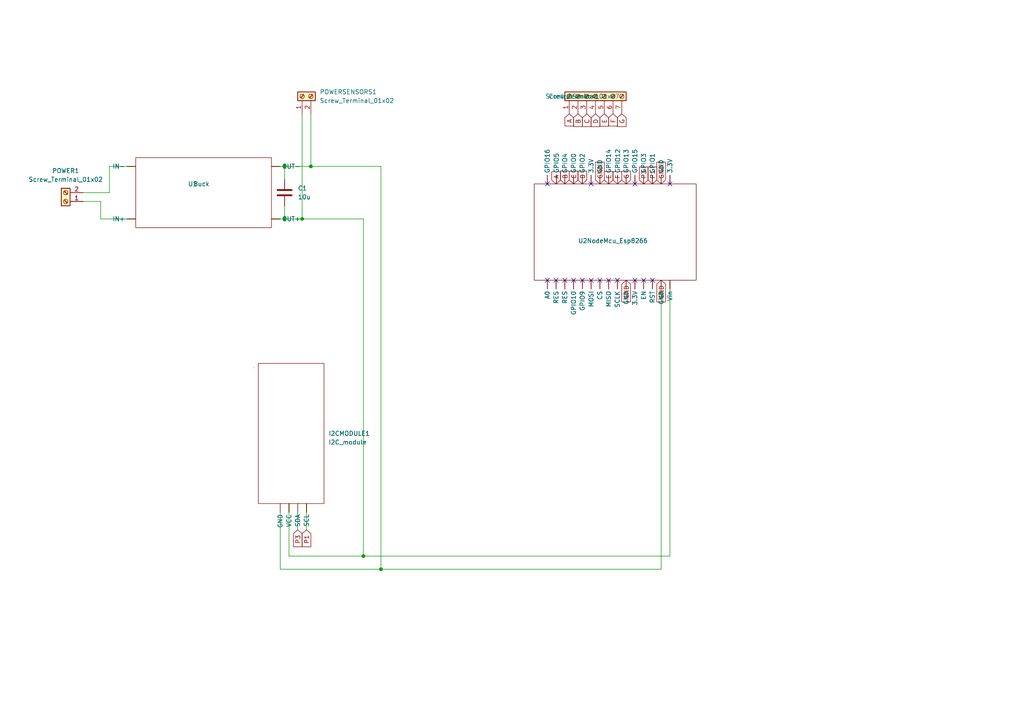
<source format=kicad_sch>
(kicad_sch (version 20211123) (generator eeschema)
  (paper "A4")
  (lib_symbols
    (symbol "Buck:Buck"
      (property "Reference" "U2" (at 40.005 72.39 90))
      (property "Value" "Buck" (at 40.005 69.85 90))
      (symbol "Buck_0_1"
        (rectangle (start 46.99 -20.32) (end 67.31 -59.69))
      )
      (symbol "Buck_1_1"
        (pin input line (at 49.53 -20.32 90) (length 2.54) (name "IN+") (number ""))
        (pin input line (at 64.77 -20.32 90) (length 2.54) (name "IN-") (number ""))
        (pin power_out line (at 49.53 -59.69 270) (length 2.54) (name "OUT+") (number ""))
        (pin power_in line (at 64.77 -59.69 270) (length 2.54) (name "OUT-") (number ""))
      )
    )
    (symbol "Connector:Screw_Terminal_01x02" (pin_names (offset 1.016) hide)
      (property "Reference" "J" (at 0 2.54 0))
      (property "Value" "Screw_Terminal_01x02" (at 0 -5.08 0))
      (symbol "Screw_Terminal_01x02_1_1"
        (rectangle (start -1.27 1.27) (end 1.27 -3.81) (stroke (width 0.254)) (fill (type background)))
        (circle (center 0 -2.54) (radius 0.635) (stroke (width 0.1524)))
        (polyline (pts (xy -0.5334 -2.2098) (xy 0.3302 -3.048)) (stroke (width 0.1524)))
        (polyline (pts (xy -0.5334 0.3302) (xy 0.3302 -0.508)) (stroke (width 0.1524)))
        (polyline (pts (xy -0.3556 -2.032) (xy 0.508 -2.8702)) (stroke (width 0.1524)))
        (polyline (pts (xy -0.3556 0.508) (xy 0.508 -0.3302)) (stroke (width 0.1524)))
        (circle (center 0 0) (radius 0.635) (stroke (width 0.1524)))
        (pin passive line (at -5.08 0 0) (length 3.81) (name "Pin_1") (number "1"))
        (pin passive line (at -5.08 -2.54 0) (length 3.81) (name "Pin_2") (number "2"))
      )
    )
    (symbol "Connector:Screw_Terminal_01x07" (pin_names (offset 1.016) hide)
      (property "Reference" "ControlSensor1" (at 0 6.35 90))
      (property "Value" "Screw_Terminal_01x07" (at 0 3.81 90))
      (symbol "Screw_Terminal_01x07_1_1"
        (rectangle (start -1.27 8.89) (end 1.27 -8.89) (stroke (width 0.254)) (fill (type background)))
        (circle (center 0 -7.62) (radius 0.635) (stroke (width 0.1524)))
        (circle (center 0 -5.08) (radius 0.635) (stroke (width 0.1524)))
        (circle (center 0 -2.54) (radius 0.635) (stroke (width 0.1524)))
        (polyline (pts (xy -0.5334 -7.2898) (xy 0.3302 -8.128)) (stroke (width 0.1524)))
        (polyline (pts (xy -0.5334 -4.7498) (xy 0.3302 -5.588)) (stroke (width 0.1524)))
        (polyline (pts (xy -0.5334 -2.2098) (xy 0.3302 -3.048)) (stroke (width 0.1524)))
        (polyline (pts (xy -0.5334 0.3302) (xy 0.3302 -0.508)) (stroke (width 0.1524)))
        (polyline (pts (xy -0.5334 2.8702) (xy 0.3302 2.032)) (stroke (width 0.1524)))
        (polyline (pts (xy -0.5334 5.4102) (xy 0.3302 4.572)) (stroke (width 0.1524)))
        (polyline (pts (xy -0.5334 7.9502) (xy 0.3302 7.112)) (stroke (width 0.1524)))
        (polyline (pts (xy -0.3556 -7.112) (xy 0.508 -7.9502)) (stroke (width 0.1524)))
        (polyline (pts (xy -0.3556 -4.572) (xy 0.508 -5.4102)) (stroke (width 0.1524)))
        (polyline (pts (xy -0.3556 -2.032) (xy 0.508 -2.8702)) (stroke (width 0.1524)))
        (polyline (pts (xy -0.3556 0.508) (xy 0.508 -0.3302)) (stroke (width 0.1524)))
        (polyline (pts (xy -0.3556 3.048) (xy 0.508 2.2098)) (stroke (width 0.1524)))
        (polyline (pts (xy -0.3556 5.588) (xy 0.508 4.7498)) (stroke (width 0.1524)))
        (polyline (pts (xy -0.3556 8.128) (xy 0.508 7.2898)) (stroke (width 0.1524)))
        (circle (center 0 0) (radius 0.635) (stroke (width 0.1524)))
        (circle (center 0 2.54) (radius 0.635) (stroke (width 0.1524)))
        (circle (center 0 5.08) (radius 0.635) (stroke (width 0.1524)))
        (circle (center 0 7.62) (radius 0.635) (stroke (width 0.1524)))
        (pin input line (at -5.08 7.62 0) (length 3.81) (name "Pin_1") (number "1"))
        (pin input line (at -5.08 5.08 0) (length 3.81) (name "Pin_2") (number "2"))
        (pin input line (at -5.08 2.54 0) (length 3.81) (name "Pin_3") (number "3"))
        (pin input line (at -5.08 0 0) (length 3.81) (name "Pin_4") (number "4"))
        (pin input line (at -5.08 -2.54 0) (length 3.81) (name "Pin_5") (number "5"))
        (pin input line (at -5.08 -5.08 0) (length 3.81) (name "Pin_6") (number "6"))
        (pin input line (at -5.08 -7.62 0) (length 3.81) (name "Pin_7") (number "7"))
      )
    )
    (symbol "Device:C" (pin_numbers hide) (pin_names (offset 0.254))
      (property "Reference" "C" (at 0.635 2.54 0))
      (property "Value" "C" (at 0.635 -2.54 0))
      (symbol "C_0_1"
        (polyline (pts (xy -2.032 -0.762) (xy 2.032 -0.762)) (stroke (width 0.508)))
        (polyline (pts (xy -2.032 0.762) (xy 2.032 0.762)) (stroke (width 0.508)))
      )
      (symbol "C_1_1"
        (pin passive line (at 0 3.81 270) (length 2.794) (name "~") (number "1"))
        (pin passive line (at 0 -3.81 90) (length 2.794) (name "~") (number "2"))
      )
    )
    (symbol "IC2 lcd:I2C_module"
      (property "Reference" "U" (at 0 0 0))
      (property "Value" "I2C_module" (at 11.43 -1.27 0))
      (symbol "I2C_module_0_1"
        (rectangle (start 1.27 -5.08) (end 1.27 -5.08))
        (rectangle (start 2.54 -3.81) (end 21.59 -44.45))
      )
      (symbol "I2C_module_1_1"
        (pin passive line (at 8.89 -44.45 270) (length 2.54) (name "GND") (number ""))
        (pin passive line (at 16.51 -44.45 270) (length 2.54) (name "SCL") (number ""))
        (pin passive line (at 13.97 -44.45 270) (length 2.54) (name "SDA") (number ""))
        (pin passive line (at 11.43 -44.45 270) (length 2.54) (name "VCC") (number ""))
      )
    )
    (symbol "NodeMcu_Esp8266_1"
      (property "Reference" "U2" (at 154.94 153.7006 90))
      (property "Value" "NodeMcu_Esp8266" (at 154.94 151.1606 90))
      (symbol "NodeMcu_Esp8266_1_0_1"
        (rectangle (start 138.43 -106.68) (end 166.37 -153.67))
      )
      (symbol "NodeMcu_Esp8266_1_1_1"
        (pin power_out line (at 138.43 -135.89 180) (length 2.54) (name "3.3V") (number ""))
        (pin power_out line (at 166.37 -146.05 0) (length 2.54) (name "3.3V") (number ""))
        (pin power_out line (at 166.37 -123.19 0) (length 2.54) (name "3.3V") (number ""))
        (pin output line (at 138.43 -110.49 180) (length 2.54) (name "A0") (number ""))
        (pin output line (at 138.43 -125.73 180) (length 2.54) (name "CS") (number ""))
        (pin input line (at 138.43 -138.43 180) (length 2.54) (name "EN") (number ""))
        (pin power_out line (at 138.43 -143.51 180) (length 2.54) (name "GND") (number ""))
        (pin output line (at 138.43 -133.35 180) (length 2.54) (name "GND") (number ""))
        (pin power_in line (at 166.37 -143.51 0) (length 2.54) (name "GND") (number ""))
        (pin input line (at 166.37 -125.73 0) (length 2.54) (name "GND") (number ""))
        (pin output line (at 166.37 -118.11 0) (length 2.54) (name "GPIO0") (number ""))
        (pin output line (at 166.37 -140.97 0) (length 2.54) (name "GPIO1") (number ""))
        (pin output line (at 138.43 -118.11 180) (length 2.54) (name "GPIO10") (number ""))
        (pin output line (at 166.431 -130.9073 0) (length 2.54) (name "GPIO12") (number ""))
        (pin output line (at 166.37 -133.35 0) (length 2.54) (name "GPIO13") (number ""))
        (pin output line (at 166.37 -128.27 0) (length 2.54) (name "GPIO14") (number ""))
        (pin output line (at 166.37 -135.89 0) (length 2.54) (name "GPIO15") (number ""))
        (pin output line (at 166.37 -110.49 0) (length 2.54) (name "GPIO16") (number ""))
        (pin output line (at 166.37 -120.65 0) (length 2.54) (name "GPIO2") (number ""))
        (pin output line (at 166.37 -138.43 0) (length 2.54) (name "GPIO3") (number ""))
        (pin output line (at 166.37 -115.57 0) (length 2.54) (name "GPIO4") (number ""))
        (pin output line (at 166.431 -113.1273 0) (length 2.54) (name "GPIO5") (number ""))
        (pin output line (at 138.43 -120.65 180) (length 2.54) (name "GPIO9") (number ""))
        (pin output line (at 138.43 -128.27 180) (length 2.54) (name "MISO") (number ""))
        (pin output line (at 138.43 -123.19 180) (length 2.54) (name "MOSI") (number ""))
        (pin output line (at 138.43 -115.57 180) (length 2.54) (name "RES") (number ""))
        (pin output line (at 138.43 -113.03 180) (length 2.54) (name "RES") (number ""))
        (pin output line (at 138.43 -140.97 180) (length 2.54) (name "RST") (number ""))
        (pin output line (at 138.43 -130.81 180) (length 2.54) (name "SCLK") (number ""))
        (pin power_in line (at 138.43 -146.05 180) (length 2.54) (name "Vin") (number ""))
      )
    )
  )
  (junction (at 105.41 161.29))
  (junction (at 82.55 63.5))
  (junction (at 87.63 63.5))
  (junction (at 110.49 165.1))
  (junction (at 82.55 48.26))
  (junction (at 90.17 48.26))
  (no_connect (at 171.45 53.34))
  (no_connect (at 163.83 81.28))
  (no_connect (at 179.07 81.28))
  (no_connect (at 194.31 53.34))
  (no_connect (at 168.91 81.28))
  (no_connect (at 184.15 81.28))
  (no_connect (at 161.29 81.28))
  (no_connect (at 158.75 53.34))
  (no_connect (at 173.99 81.28))
  (no_connect (at 189.23 81.28))
  (no_connect (at 171.45 81.28))
  (no_connect (at 184.15 53.34))
  (no_connect (at 176.53 81.28))
  (no_connect (at 158.75 81.28))
  (no_connect (at 186.69 81.28))
  (no_connect (at 166.37 81.28))
  (wire (pts (xy 110.49 48.26) (xy 110.49 165.1)))
  (wire (pts (xy 78.74 63.5) (xy 82.55 63.5)))
  (wire (pts (xy 81.28 165.1) (xy 110.49 165.1)))
  (wire (pts (xy 88.9 146.05) (xy 88.9 153.67)))
  (wire (pts (xy 82.55 48.26) (xy 82.55 52.07)))
  (wire (pts (xy 87.63 33.02) (xy 87.63 63.5)))
  (wire (pts (xy 24.13 55.88) (xy 31.75 55.88)))
  (wire (pts (xy 194.31 161.29) (xy 194.31 81.28)))
  (wire (pts (xy 29.21 63.5) (xy 39.37 63.5)))
  (wire (pts (xy 90.17 48.26) (xy 110.49 48.26)))
  (wire (pts (xy 110.49 165.1) (xy 191.77 165.1)))
  (wire (pts (xy 29.21 58.42) (xy 29.21 63.5)))
  (wire (pts (xy 82.55 63.5) (xy 87.63 63.5)))
  (wire (pts (xy 191.77 81.28) (xy 191.77 165.1)))
  (wire (pts (xy 83.82 161.29) (xy 105.41 161.29)))
  (wire (pts (xy 81.28 146.05) (xy 81.28 165.1)))
  (wire (pts (xy 105.41 63.5) (xy 105.41 161.29)))
  (wire (pts (xy 105.41 161.29) (xy 194.31 161.29)))
  (wire (pts (xy 78.74 48.26) (xy 82.55 48.26)))
  (wire (pts (xy 86.36 146.05) (xy 86.36 153.67)))
  (wire (pts (xy 87.63 63.5) (xy 105.41 63.5)))
  (wire (pts (xy 24.13 58.42) (xy 29.21 58.42)))
  (wire (pts (xy 83.82 146.05) (xy 83.82 161.29)))
  (wire (pts (xy 31.75 55.88) (xy 31.75 48.26)))
  (wire (pts (xy 82.55 48.26) (xy 90.17 48.26)))
  (wire (pts (xy 90.17 33.02) (xy 90.17 48.26)))
  (wire (pts (xy 31.75 48.26) (xy 39.37 48.26)))
  (wire (pts (xy 82.55 59.69) (xy 82.55 63.5)))
  (global_label "P1" (shape input) (at 88.9 153.67 270) (property "Intersheet References" "${INTERSHEET_REFS}" (effects hide)))
  (global_label "GND" (shape input) (at 173.99 53.34 90) (property "Intersheet References" "${INTERSHEET_REFS}" (effects hide)))
  (global_label "P3" (shape input) (at 186.69 53.34 90) (property "Intersheet References" "${INTERSHEET_REFS}" (effects hide)))
  (global_label "G" (shape input) (at 181.61 53.34 90) (property "Intersheet References" "${INTERSHEET_REFS}" (effects hide)))
  (global_label "E" (shape input) (at 176.53 53.34 90) (property "Intersheet References" "${INTERSHEET_REFS}" (effects hide)))
  (global_label "A" (shape input) (at 161.29 53.34 90) (property "Intersheet References" "${INTERSHEET_REFS}" (effects hide)))
  (global_label "C" (shape input) (at 170.18 33.02 270) (property "Intersheet References" "${INTERSHEET_REFS}" (effects hide)))
  (global_label "GND" (shape input) (at 181.61 81.28 270) (property "Intersheet References" "${INTERSHEET_REFS}" (effects hide)))
  (global_label "B" (shape input) (at 167.64 33.02 270) (property "Intersheet References" "${INTERSHEET_REFS}" (effects hide)))
  (global_label "F" (shape input) (at 177.8 33.02 270) (property "Intersheet References" "${INTERSHEET_REFS}" (effects hide)))
  (global_label "E" (shape input) (at 175.26 33.02 270) (property "Intersheet References" "${INTERSHEET_REFS}" (effects hide)))
  (global_label "GND" (shape input) (at 191.77 81.28 270) (property "Intersheet References" "${INTERSHEET_REFS}" (effects hide)))
  (global_label "F" (shape input) (at 179.07 53.34 90) (property "Intersheet References" "${INTERSHEET_REFS}" (effects hide)))
  (global_label "G" (shape input) (at 180.34 33.02 270) (property "Intersheet References" "${INTERSHEET_REFS}" (effects hide)))
  (global_label "A" (shape input) (at 165.1 33.02 270) (property "Intersheet References" "${INTERSHEET_REFS}" (effects hide)))
  (global_label "GND" (shape input) (at 191.77 53.34 90) (property "Intersheet References" "${INTERSHEET_REFS}" (effects hide)))
  (global_label "C" (shape input) (at 166.37 53.34 90) (property "Intersheet References" "${INTERSHEET_REFS}" (effects hide)))
  (global_label "D" (shape input) (at 168.91 53.34 90) (property "Intersheet References" "${INTERSHEET_REFS}" (effects hide)))
  (global_label "D" (shape input) (at 172.72 33.02 270) (property "Intersheet References" "${INTERSHEET_REFS}" (effects hide)))
  (global_label "P3" (shape input) (at 86.36 153.67 270) (property "Intersheet References" "${INTERSHEET_REFS}" (effects hide)))
  (global_label "B" (shape input) (at 163.83 53.34 90) (property "Intersheet References" "${INTERSHEET_REFS}" (effects hide)))
  (global_label "P1" (shape input) (at 189.23 53.34 90) (property "Intersheet References" "${INTERSHEET_REFS}" (effects hide)))
  (symbol (lib_id "Buck:Buck") (at 19.05 113.03 90) (unit 1)
    (property "Reference" "U1" (at 55.88 53.34 90))
    (property "Value" "Buck" (at 58.42 53.34 90))
    (property "Footprint" "buckArduino:testesp" (effects hide))
  )
  (symbol (lib_id "IC2 lcd:I2C_module") (at 72.39 101.6 0) (unit 1)
    (property "Reference" "I2CMODULE1" (at 95.25 125.7299 0) (effects (justify left)))
    (property "Value" "I2C_module" (at 95.25 128.2699 0) (effects (justify left)))
    (property "Footprint" "TerminalBlock_4Ucon:TerminalBlock_4Ucon_1x04_P3.50mm_Horizontal" (effects hide))
  )
  (symbol (lib_id "Device:C") (at 82.55 55.88 0) (unit 1)
    (property "Reference" "C1" (at 86.36 54.6099 0) (effects (justify left)))
    (property "Value" "10u" (at 86.36 57.1499 0) (effects (justify left)))
    (property "Footprint" "Capacitor_THT:CP_Radial_D6.3mm_P2.50mm" (effects hide))
  )
  (symbol (lib_id "Connector:Screw_Terminal_01x02") (at 87.63 27.94 90) (unit 1)
    (property "Reference" "POWERSENSORS1" (at 92.71 26.6699 90) (effects (justify right)))
    (property "Value" "Screw_Terminal_01x02" (at 92.71 29.2099 90) (effects (justify right)))
    (property "Footprint" "TerminalBlock_Phoenix:TerminalBlock_Phoenix_MKDS-1,5-2-5.08_1x02_P5.08mm_Horizontal" (effects hide))
  )
  (symbol (lib_name "NodeMcu_Esp8266_1") (lib_id "MicroController:NodeMcu_Esp8266") (at 48.26 219.71 90) (unit 1)
    (property "Reference" "U2" (at 167.64 69.85 90) (effects (justify right)))
    (property "Value" "NodeMcu_Esp8266" (at 170.18 69.85 90) (effects (justify right)))
    (property "Footprint" "NodeMCU esp8266:MODULE_ZC563900" (effects hide))
  )
  (symbol (lib_id "Connector:Screw_Terminal_01x02") (at 19.05 58.42 180) (unit 1)
    (property "Reference" "POWER1" (at 19.05 49.53 0))
    (property "Value" "Screw_Terminal_01x02" (at 19.05 52.07 0))
    (property "Footprint" "TerminalBlock_Phoenix:TerminalBlock_Phoenix_MKDS-1,5-2-5.08_1x02_P5.08mm_Horizontal" (effects hide))
  )
  (symbol (lib_id "Connector:Screw_Terminal_01x07") (at 172.72 27.94 90) (unit 1)
    (property "Reference" "ControlSensor1" (at 166.37 27.94 90))
    (property "Value" "Screw_Terminal_01x07" (at 168.91 27.94 90))
    (property "Footprint" "TerminalBlock_4Ucon:TerminalBlock_4Ucon_1x07_P3.50mm_Horizontal" (effects hide))
  )
)
</source>
